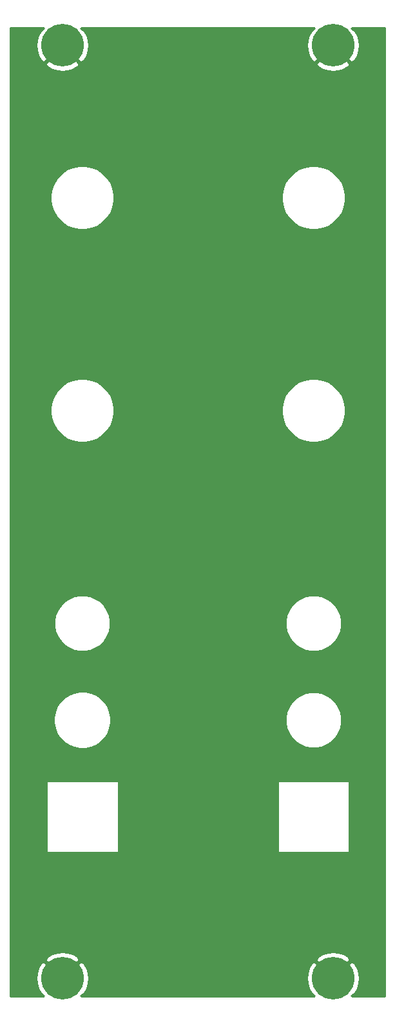
<source format=gbr>
%TF.GenerationSoftware,KiCad,Pcbnew,5.1.6-c6e7f7d~87~ubuntu18.04.1*%
%TF.CreationDate,2020-07-29T18:50:04-04:00*%
%TF.ProjectId,front_panel,66726f6e-745f-4706-916e-656c2e6b6963,rev?*%
%TF.SameCoordinates,Original*%
%TF.FileFunction,Copper,L1,Top*%
%TF.FilePolarity,Positive*%
%FSLAX46Y46*%
G04 Gerber Fmt 4.6, Leading zero omitted, Abs format (unit mm)*
G04 Created by KiCad (PCBNEW 5.1.6-c6e7f7d~87~ubuntu18.04.1) date 2020-07-29 18:50:04*
%MOMM*%
%LPD*%
G01*
G04 APERTURE LIST*
%TA.AperFunction,ComponentPad*%
%ADD10C,5.600000*%
%TD*%
%TA.AperFunction,Conductor*%
%ADD11C,0.254000*%
%TD*%
G04 APERTURE END LIST*
D10*
%TO.P,H4,1*%
%TO.N,GND*%
X43060000Y-125500000D03*
%TD*%
%TO.P,H3,1*%
%TO.N,GND*%
X43060000Y-3000000D03*
%TD*%
%TO.P,H2,1*%
%TO.N,GND*%
X7500000Y-125500000D03*
%TD*%
%TO.P,H1,1*%
%TO.N,GND*%
X7500000Y-3000000D03*
%TD*%
D11*
%TO.N,GND*%
G36*
X5083517Y-763125D02*
G01*
X4634823Y-1075308D01*
X4314388Y-1671259D01*
X4116374Y-2318273D01*
X4048390Y-2991484D01*
X4113051Y-3665023D01*
X4307870Y-4313006D01*
X4625361Y-4910530D01*
X4634823Y-4924692D01*
X5083519Y-5236876D01*
X7320395Y-3000000D01*
X7306253Y-2985858D01*
X7485858Y-2806253D01*
X7500000Y-2820395D01*
X7514143Y-2806253D01*
X7693748Y-2985858D01*
X7679605Y-3000000D01*
X9916481Y-5236876D01*
X10365177Y-4924692D01*
X10685612Y-4328741D01*
X10883626Y-3681727D01*
X10951610Y-3008516D01*
X10886949Y-2334977D01*
X10692130Y-1686994D01*
X10374639Y-1089470D01*
X10365177Y-1075308D01*
X9916483Y-763125D01*
X10019608Y-660000D01*
X40540392Y-660000D01*
X40643517Y-763125D01*
X40194823Y-1075308D01*
X39874388Y-1671259D01*
X39676374Y-2318273D01*
X39608390Y-2991484D01*
X39673051Y-3665023D01*
X39867870Y-4313006D01*
X40185361Y-4910530D01*
X40194823Y-4924692D01*
X40643519Y-5236876D01*
X42880395Y-3000000D01*
X42866253Y-2985858D01*
X43045858Y-2806253D01*
X43060000Y-2820395D01*
X43074143Y-2806253D01*
X43253748Y-2985858D01*
X43239605Y-3000000D01*
X45476481Y-5236876D01*
X45925177Y-4924692D01*
X46245612Y-4328741D01*
X46443626Y-3681727D01*
X46511610Y-3008516D01*
X46446949Y-2334977D01*
X46252130Y-1686994D01*
X45934639Y-1089470D01*
X45925177Y-1075308D01*
X45476483Y-763125D01*
X45579608Y-660000D01*
X49840000Y-660000D01*
X49840001Y-127840000D01*
X45579608Y-127840000D01*
X45476483Y-127736875D01*
X45925177Y-127424692D01*
X46245612Y-126828741D01*
X46443626Y-126181727D01*
X46511610Y-125508516D01*
X46446949Y-124834977D01*
X46252130Y-124186994D01*
X45934639Y-123589470D01*
X45925177Y-123575308D01*
X45476481Y-123263124D01*
X43239605Y-125500000D01*
X43253748Y-125514143D01*
X43074143Y-125693748D01*
X43060000Y-125679605D01*
X43045858Y-125693748D01*
X42866253Y-125514143D01*
X42880395Y-125500000D01*
X40643519Y-123263124D01*
X40194823Y-123575308D01*
X39874388Y-124171259D01*
X39676374Y-124818273D01*
X39608390Y-125491484D01*
X39673051Y-126165023D01*
X39867870Y-126813006D01*
X40185361Y-127410530D01*
X40194823Y-127424692D01*
X40643517Y-127736875D01*
X40540392Y-127840000D01*
X10019608Y-127840000D01*
X9916483Y-127736875D01*
X10365177Y-127424692D01*
X10685612Y-126828741D01*
X10883626Y-126181727D01*
X10951610Y-125508516D01*
X10886949Y-124834977D01*
X10692130Y-124186994D01*
X10374639Y-123589470D01*
X10365177Y-123575308D01*
X9916481Y-123263124D01*
X7679605Y-125500000D01*
X7693748Y-125514143D01*
X7514143Y-125693748D01*
X7500000Y-125679605D01*
X7485858Y-125693748D01*
X7306253Y-125514143D01*
X7320395Y-125500000D01*
X5083519Y-123263124D01*
X4634823Y-123575308D01*
X4314388Y-124171259D01*
X4116374Y-124818273D01*
X4048390Y-125491484D01*
X4113051Y-126165023D01*
X4307870Y-126813006D01*
X4625361Y-127410530D01*
X4634823Y-127424692D01*
X5083517Y-127736875D01*
X4980392Y-127840000D01*
X660000Y-127840000D01*
X660000Y-123083519D01*
X5263124Y-123083519D01*
X7500000Y-125320395D01*
X9736876Y-123083519D01*
X40823124Y-123083519D01*
X43060000Y-125320395D01*
X45296876Y-123083519D01*
X44984692Y-122634823D01*
X44388741Y-122314388D01*
X43741727Y-122116374D01*
X43068516Y-122048390D01*
X42394977Y-122113051D01*
X41746994Y-122307870D01*
X41149470Y-122625361D01*
X41135308Y-122634823D01*
X40823124Y-123083519D01*
X9736876Y-123083519D01*
X9424692Y-122634823D01*
X8828741Y-122314388D01*
X8181727Y-122116374D01*
X7508516Y-122048390D01*
X6834977Y-122113051D01*
X6186994Y-122307870D01*
X5589470Y-122625361D01*
X5575308Y-122634823D01*
X5263124Y-123083519D01*
X660000Y-123083519D01*
X660000Y-99669600D01*
X5384800Y-99669600D01*
X5384800Y-108864400D01*
X5387240Y-108889176D01*
X5394467Y-108913001D01*
X5406203Y-108934957D01*
X5421997Y-108954203D01*
X5441243Y-108969997D01*
X5463199Y-108981733D01*
X5487024Y-108988960D01*
X5511800Y-108991400D01*
X14706600Y-108991400D01*
X14731376Y-108988960D01*
X14755201Y-108981733D01*
X14777157Y-108969997D01*
X14796403Y-108954203D01*
X14812197Y-108934957D01*
X14823933Y-108913001D01*
X14831160Y-108889176D01*
X14833600Y-108864400D01*
X14833600Y-99680000D01*
X35763000Y-99680000D01*
X35763000Y-108880000D01*
X35765440Y-108904776D01*
X35772667Y-108928601D01*
X35784403Y-108950557D01*
X35800197Y-108969803D01*
X35819443Y-108985597D01*
X35841399Y-108997333D01*
X35865224Y-109004560D01*
X35890000Y-109007000D01*
X45090000Y-109007000D01*
X45114776Y-109004560D01*
X45138601Y-108997333D01*
X45160557Y-108985597D01*
X45179803Y-108969803D01*
X45195597Y-108950557D01*
X45207333Y-108928601D01*
X45214560Y-108904776D01*
X45217000Y-108880000D01*
X45217000Y-99680000D01*
X45214560Y-99655224D01*
X45207333Y-99631399D01*
X45195597Y-99609443D01*
X45179803Y-99590197D01*
X45160557Y-99574403D01*
X45138601Y-99562667D01*
X45114776Y-99555440D01*
X45090000Y-99553000D01*
X35890000Y-99553000D01*
X35865224Y-99555440D01*
X35841399Y-99562667D01*
X35819443Y-99574403D01*
X35800197Y-99590197D01*
X35784403Y-99609443D01*
X35772667Y-99631399D01*
X35765440Y-99655224D01*
X35763000Y-99680000D01*
X14833600Y-99680000D01*
X14833600Y-99669600D01*
X14831160Y-99644824D01*
X14823933Y-99620999D01*
X14812197Y-99599043D01*
X14796403Y-99579797D01*
X14777157Y-99564003D01*
X14755201Y-99552267D01*
X14731376Y-99545040D01*
X14706600Y-99542600D01*
X5511800Y-99542600D01*
X5487024Y-99545040D01*
X5463199Y-99552267D01*
X5441243Y-99564003D01*
X5421997Y-99579797D01*
X5406203Y-99599043D01*
X5394467Y-99620999D01*
X5387240Y-99644824D01*
X5384800Y-99669600D01*
X660000Y-99669600D01*
X660000Y-91209495D01*
X6338202Y-91209495D01*
X6338202Y-91950505D01*
X6482766Y-92677276D01*
X6766338Y-93361880D01*
X7178020Y-93978007D01*
X7701993Y-94501980D01*
X8318120Y-94913662D01*
X9002724Y-95197234D01*
X9729495Y-95341798D01*
X10470505Y-95341798D01*
X11197276Y-95197234D01*
X11881880Y-94913662D01*
X12498007Y-94501980D01*
X13021980Y-93978007D01*
X13433662Y-93361880D01*
X13717234Y-92677276D01*
X13861798Y-91950505D01*
X13861798Y-91214396D01*
X36777961Y-91214396D01*
X36777961Y-91945604D01*
X36920613Y-92662762D01*
X37200434Y-93338310D01*
X37606671Y-93946287D01*
X38123713Y-94463329D01*
X38731690Y-94869566D01*
X39407238Y-95149387D01*
X40124396Y-95292039D01*
X40855604Y-95292039D01*
X41572762Y-95149387D01*
X42248310Y-94869566D01*
X42856287Y-94463329D01*
X43373329Y-93946287D01*
X43779566Y-93338310D01*
X44059387Y-92662762D01*
X44202039Y-91945604D01*
X44202039Y-91214396D01*
X44059387Y-90497238D01*
X43779566Y-89821690D01*
X43373329Y-89213713D01*
X42856287Y-88696671D01*
X42248310Y-88290434D01*
X41572762Y-88010613D01*
X40855604Y-87867961D01*
X40124396Y-87867961D01*
X39407238Y-88010613D01*
X38731690Y-88290434D01*
X38123713Y-88696671D01*
X37606671Y-89213713D01*
X37200434Y-89821690D01*
X36920613Y-90497238D01*
X36777961Y-91214396D01*
X13861798Y-91214396D01*
X13861798Y-91209495D01*
X13717234Y-90482724D01*
X13433662Y-89798120D01*
X13021980Y-89181993D01*
X12498007Y-88658020D01*
X11881880Y-88246338D01*
X11197276Y-87962766D01*
X10470505Y-87818202D01*
X9729495Y-87818202D01*
X9002724Y-87962766D01*
X8318120Y-88246338D01*
X7701993Y-88658020D01*
X7178020Y-89181993D01*
X6766338Y-89798120D01*
X6482766Y-90482724D01*
X6338202Y-91209495D01*
X660000Y-91209495D01*
X660000Y-78514396D01*
X6387961Y-78514396D01*
X6387961Y-79245604D01*
X6530613Y-79962762D01*
X6810434Y-80638310D01*
X7216671Y-81246287D01*
X7733713Y-81763329D01*
X8341690Y-82169566D01*
X9017238Y-82449387D01*
X9734396Y-82592039D01*
X10465604Y-82592039D01*
X11182762Y-82449387D01*
X11858310Y-82169566D01*
X12466287Y-81763329D01*
X12983329Y-81246287D01*
X13389566Y-80638310D01*
X13669387Y-79962762D01*
X13812039Y-79245604D01*
X13812039Y-78514396D01*
X36777961Y-78514396D01*
X36777961Y-79245604D01*
X36920613Y-79962762D01*
X37200434Y-80638310D01*
X37606671Y-81246287D01*
X38123713Y-81763329D01*
X38731690Y-82169566D01*
X39407238Y-82449387D01*
X40124396Y-82592039D01*
X40855604Y-82592039D01*
X41572762Y-82449387D01*
X42248310Y-82169566D01*
X42856287Y-81763329D01*
X43373329Y-81246287D01*
X43779566Y-80638310D01*
X44059387Y-79962762D01*
X44202039Y-79245604D01*
X44202039Y-78514396D01*
X44059387Y-77797238D01*
X43779566Y-77121690D01*
X43373329Y-76513713D01*
X42856287Y-75996671D01*
X42248310Y-75590434D01*
X41572762Y-75310613D01*
X40855604Y-75167961D01*
X40124396Y-75167961D01*
X39407238Y-75310613D01*
X38731690Y-75590434D01*
X38123713Y-75996671D01*
X37606671Y-76513713D01*
X37200434Y-77121690D01*
X36920613Y-77797238D01*
X36777961Y-78514396D01*
X13812039Y-78514396D01*
X13669387Y-77797238D01*
X13389566Y-77121690D01*
X12983329Y-76513713D01*
X12466287Y-75996671D01*
X11858310Y-75590434D01*
X11182762Y-75310613D01*
X10465604Y-75167961D01*
X9734396Y-75167961D01*
X9017238Y-75310613D01*
X8341690Y-75590434D01*
X7733713Y-75996671D01*
X7216671Y-76513713D01*
X6810434Y-77121690D01*
X6530613Y-77797238D01*
X6387961Y-78514396D01*
X660000Y-78514396D01*
X660000Y-50525387D01*
X5890369Y-50525387D01*
X5890369Y-51354613D01*
X6052142Y-52167904D01*
X6369473Y-52934008D01*
X6830166Y-53623484D01*
X7416516Y-54209834D01*
X8105992Y-54670527D01*
X8872096Y-54987858D01*
X9685387Y-55149631D01*
X10514613Y-55149631D01*
X11327904Y-54987858D01*
X12094008Y-54670527D01*
X12783484Y-54209834D01*
X13369834Y-53623484D01*
X13830527Y-52934008D01*
X14147858Y-52167904D01*
X14309631Y-51354613D01*
X14309631Y-50525387D01*
X36280369Y-50525387D01*
X36280369Y-51354613D01*
X36442142Y-52167904D01*
X36759473Y-52934008D01*
X37220166Y-53623484D01*
X37806516Y-54209834D01*
X38495992Y-54670527D01*
X39262096Y-54987858D01*
X40075387Y-55149631D01*
X40904613Y-55149631D01*
X41717904Y-54987858D01*
X42484008Y-54670527D01*
X43173484Y-54209834D01*
X43759834Y-53623484D01*
X44220527Y-52934008D01*
X44537858Y-52167904D01*
X44699631Y-51354613D01*
X44699631Y-50525387D01*
X44537858Y-49712096D01*
X44220527Y-48945992D01*
X43759834Y-48256516D01*
X43173484Y-47670166D01*
X42484008Y-47209473D01*
X41717904Y-46892142D01*
X40904613Y-46730369D01*
X40075387Y-46730369D01*
X39262096Y-46892142D01*
X38495992Y-47209473D01*
X37806516Y-47670166D01*
X37220166Y-48256516D01*
X36759473Y-48945992D01*
X36442142Y-49712096D01*
X36280369Y-50525387D01*
X14309631Y-50525387D01*
X14147858Y-49712096D01*
X13830527Y-48945992D01*
X13369834Y-48256516D01*
X12783484Y-47670166D01*
X12094008Y-47209473D01*
X11327904Y-46892142D01*
X10514613Y-46730369D01*
X9685387Y-46730369D01*
X8872096Y-46892142D01*
X8105992Y-47209473D01*
X7416516Y-47670166D01*
X6830166Y-48256516D01*
X6369473Y-48945992D01*
X6052142Y-49712096D01*
X5890369Y-50525387D01*
X660000Y-50525387D01*
X660000Y-22585387D01*
X5890369Y-22585387D01*
X5890369Y-23414613D01*
X6052142Y-24227904D01*
X6369473Y-24994008D01*
X6830166Y-25683484D01*
X7416516Y-26269834D01*
X8105992Y-26730527D01*
X8872096Y-27047858D01*
X9685387Y-27209631D01*
X10514613Y-27209631D01*
X11327904Y-27047858D01*
X12094008Y-26730527D01*
X12783484Y-26269834D01*
X13369834Y-25683484D01*
X13830527Y-24994008D01*
X14147858Y-24227904D01*
X14309631Y-23414613D01*
X14309631Y-22585387D01*
X36280369Y-22585387D01*
X36280369Y-23414613D01*
X36442142Y-24227904D01*
X36759473Y-24994008D01*
X37220166Y-25683484D01*
X37806516Y-26269834D01*
X38495992Y-26730527D01*
X39262096Y-27047858D01*
X40075387Y-27209631D01*
X40904613Y-27209631D01*
X41717904Y-27047858D01*
X42484008Y-26730527D01*
X43173484Y-26269834D01*
X43759834Y-25683484D01*
X44220527Y-24994008D01*
X44537858Y-24227904D01*
X44699631Y-23414613D01*
X44699631Y-22585387D01*
X44537858Y-21772096D01*
X44220527Y-21005992D01*
X43759834Y-20316516D01*
X43173484Y-19730166D01*
X42484008Y-19269473D01*
X41717904Y-18952142D01*
X40904613Y-18790369D01*
X40075387Y-18790369D01*
X39262096Y-18952142D01*
X38495992Y-19269473D01*
X37806516Y-19730166D01*
X37220166Y-20316516D01*
X36759473Y-21005992D01*
X36442142Y-21772096D01*
X36280369Y-22585387D01*
X14309631Y-22585387D01*
X14147858Y-21772096D01*
X13830527Y-21005992D01*
X13369834Y-20316516D01*
X12783484Y-19730166D01*
X12094008Y-19269473D01*
X11327904Y-18952142D01*
X10514613Y-18790369D01*
X9685387Y-18790369D01*
X8872096Y-18952142D01*
X8105992Y-19269473D01*
X7416516Y-19730166D01*
X6830166Y-20316516D01*
X6369473Y-21005992D01*
X6052142Y-21772096D01*
X5890369Y-22585387D01*
X660000Y-22585387D01*
X660000Y-5416481D01*
X5263124Y-5416481D01*
X5575308Y-5865177D01*
X6171259Y-6185612D01*
X6818273Y-6383626D01*
X7491484Y-6451610D01*
X8165023Y-6386949D01*
X8813006Y-6192130D01*
X9410530Y-5874639D01*
X9424692Y-5865177D01*
X9736876Y-5416481D01*
X40823124Y-5416481D01*
X41135308Y-5865177D01*
X41731259Y-6185612D01*
X42378273Y-6383626D01*
X43051484Y-6451610D01*
X43725023Y-6386949D01*
X44373006Y-6192130D01*
X44970530Y-5874639D01*
X44984692Y-5865177D01*
X45296876Y-5416481D01*
X43060000Y-3179605D01*
X40823124Y-5416481D01*
X9736876Y-5416481D01*
X7500000Y-3179605D01*
X5263124Y-5416481D01*
X660000Y-5416481D01*
X660000Y-660000D01*
X4980392Y-660000D01*
X5083517Y-763125D01*
G37*
X5083517Y-763125D02*
X4634823Y-1075308D01*
X4314388Y-1671259D01*
X4116374Y-2318273D01*
X4048390Y-2991484D01*
X4113051Y-3665023D01*
X4307870Y-4313006D01*
X4625361Y-4910530D01*
X4634823Y-4924692D01*
X5083519Y-5236876D01*
X7320395Y-3000000D01*
X7306253Y-2985858D01*
X7485858Y-2806253D01*
X7500000Y-2820395D01*
X7514143Y-2806253D01*
X7693748Y-2985858D01*
X7679605Y-3000000D01*
X9916481Y-5236876D01*
X10365177Y-4924692D01*
X10685612Y-4328741D01*
X10883626Y-3681727D01*
X10951610Y-3008516D01*
X10886949Y-2334977D01*
X10692130Y-1686994D01*
X10374639Y-1089470D01*
X10365177Y-1075308D01*
X9916483Y-763125D01*
X10019608Y-660000D01*
X40540392Y-660000D01*
X40643517Y-763125D01*
X40194823Y-1075308D01*
X39874388Y-1671259D01*
X39676374Y-2318273D01*
X39608390Y-2991484D01*
X39673051Y-3665023D01*
X39867870Y-4313006D01*
X40185361Y-4910530D01*
X40194823Y-4924692D01*
X40643519Y-5236876D01*
X42880395Y-3000000D01*
X42866253Y-2985858D01*
X43045858Y-2806253D01*
X43060000Y-2820395D01*
X43074143Y-2806253D01*
X43253748Y-2985858D01*
X43239605Y-3000000D01*
X45476481Y-5236876D01*
X45925177Y-4924692D01*
X46245612Y-4328741D01*
X46443626Y-3681727D01*
X46511610Y-3008516D01*
X46446949Y-2334977D01*
X46252130Y-1686994D01*
X45934639Y-1089470D01*
X45925177Y-1075308D01*
X45476483Y-763125D01*
X45579608Y-660000D01*
X49840000Y-660000D01*
X49840001Y-127840000D01*
X45579608Y-127840000D01*
X45476483Y-127736875D01*
X45925177Y-127424692D01*
X46245612Y-126828741D01*
X46443626Y-126181727D01*
X46511610Y-125508516D01*
X46446949Y-124834977D01*
X46252130Y-124186994D01*
X45934639Y-123589470D01*
X45925177Y-123575308D01*
X45476481Y-123263124D01*
X43239605Y-125500000D01*
X43253748Y-125514143D01*
X43074143Y-125693748D01*
X43060000Y-125679605D01*
X43045858Y-125693748D01*
X42866253Y-125514143D01*
X42880395Y-125500000D01*
X40643519Y-123263124D01*
X40194823Y-123575308D01*
X39874388Y-124171259D01*
X39676374Y-124818273D01*
X39608390Y-125491484D01*
X39673051Y-126165023D01*
X39867870Y-126813006D01*
X40185361Y-127410530D01*
X40194823Y-127424692D01*
X40643517Y-127736875D01*
X40540392Y-127840000D01*
X10019608Y-127840000D01*
X9916483Y-127736875D01*
X10365177Y-127424692D01*
X10685612Y-126828741D01*
X10883626Y-126181727D01*
X10951610Y-125508516D01*
X10886949Y-124834977D01*
X10692130Y-124186994D01*
X10374639Y-123589470D01*
X10365177Y-123575308D01*
X9916481Y-123263124D01*
X7679605Y-125500000D01*
X7693748Y-125514143D01*
X7514143Y-125693748D01*
X7500000Y-125679605D01*
X7485858Y-125693748D01*
X7306253Y-125514143D01*
X7320395Y-125500000D01*
X5083519Y-123263124D01*
X4634823Y-123575308D01*
X4314388Y-124171259D01*
X4116374Y-124818273D01*
X4048390Y-125491484D01*
X4113051Y-126165023D01*
X4307870Y-126813006D01*
X4625361Y-127410530D01*
X4634823Y-127424692D01*
X5083517Y-127736875D01*
X4980392Y-127840000D01*
X660000Y-127840000D01*
X660000Y-123083519D01*
X5263124Y-123083519D01*
X7500000Y-125320395D01*
X9736876Y-123083519D01*
X40823124Y-123083519D01*
X43060000Y-125320395D01*
X45296876Y-123083519D01*
X44984692Y-122634823D01*
X44388741Y-122314388D01*
X43741727Y-122116374D01*
X43068516Y-122048390D01*
X42394977Y-122113051D01*
X41746994Y-122307870D01*
X41149470Y-122625361D01*
X41135308Y-122634823D01*
X40823124Y-123083519D01*
X9736876Y-123083519D01*
X9424692Y-122634823D01*
X8828741Y-122314388D01*
X8181727Y-122116374D01*
X7508516Y-122048390D01*
X6834977Y-122113051D01*
X6186994Y-122307870D01*
X5589470Y-122625361D01*
X5575308Y-122634823D01*
X5263124Y-123083519D01*
X660000Y-123083519D01*
X660000Y-99669600D01*
X5384800Y-99669600D01*
X5384800Y-108864400D01*
X5387240Y-108889176D01*
X5394467Y-108913001D01*
X5406203Y-108934957D01*
X5421997Y-108954203D01*
X5441243Y-108969997D01*
X5463199Y-108981733D01*
X5487024Y-108988960D01*
X5511800Y-108991400D01*
X14706600Y-108991400D01*
X14731376Y-108988960D01*
X14755201Y-108981733D01*
X14777157Y-108969997D01*
X14796403Y-108954203D01*
X14812197Y-108934957D01*
X14823933Y-108913001D01*
X14831160Y-108889176D01*
X14833600Y-108864400D01*
X14833600Y-99680000D01*
X35763000Y-99680000D01*
X35763000Y-108880000D01*
X35765440Y-108904776D01*
X35772667Y-108928601D01*
X35784403Y-108950557D01*
X35800197Y-108969803D01*
X35819443Y-108985597D01*
X35841399Y-108997333D01*
X35865224Y-109004560D01*
X35890000Y-109007000D01*
X45090000Y-109007000D01*
X45114776Y-109004560D01*
X45138601Y-108997333D01*
X45160557Y-108985597D01*
X45179803Y-108969803D01*
X45195597Y-108950557D01*
X45207333Y-108928601D01*
X45214560Y-108904776D01*
X45217000Y-108880000D01*
X45217000Y-99680000D01*
X45214560Y-99655224D01*
X45207333Y-99631399D01*
X45195597Y-99609443D01*
X45179803Y-99590197D01*
X45160557Y-99574403D01*
X45138601Y-99562667D01*
X45114776Y-99555440D01*
X45090000Y-99553000D01*
X35890000Y-99553000D01*
X35865224Y-99555440D01*
X35841399Y-99562667D01*
X35819443Y-99574403D01*
X35800197Y-99590197D01*
X35784403Y-99609443D01*
X35772667Y-99631399D01*
X35765440Y-99655224D01*
X35763000Y-99680000D01*
X14833600Y-99680000D01*
X14833600Y-99669600D01*
X14831160Y-99644824D01*
X14823933Y-99620999D01*
X14812197Y-99599043D01*
X14796403Y-99579797D01*
X14777157Y-99564003D01*
X14755201Y-99552267D01*
X14731376Y-99545040D01*
X14706600Y-99542600D01*
X5511800Y-99542600D01*
X5487024Y-99545040D01*
X5463199Y-99552267D01*
X5441243Y-99564003D01*
X5421997Y-99579797D01*
X5406203Y-99599043D01*
X5394467Y-99620999D01*
X5387240Y-99644824D01*
X5384800Y-99669600D01*
X660000Y-99669600D01*
X660000Y-91209495D01*
X6338202Y-91209495D01*
X6338202Y-91950505D01*
X6482766Y-92677276D01*
X6766338Y-93361880D01*
X7178020Y-93978007D01*
X7701993Y-94501980D01*
X8318120Y-94913662D01*
X9002724Y-95197234D01*
X9729495Y-95341798D01*
X10470505Y-95341798D01*
X11197276Y-95197234D01*
X11881880Y-94913662D01*
X12498007Y-94501980D01*
X13021980Y-93978007D01*
X13433662Y-93361880D01*
X13717234Y-92677276D01*
X13861798Y-91950505D01*
X13861798Y-91214396D01*
X36777961Y-91214396D01*
X36777961Y-91945604D01*
X36920613Y-92662762D01*
X37200434Y-93338310D01*
X37606671Y-93946287D01*
X38123713Y-94463329D01*
X38731690Y-94869566D01*
X39407238Y-95149387D01*
X40124396Y-95292039D01*
X40855604Y-95292039D01*
X41572762Y-95149387D01*
X42248310Y-94869566D01*
X42856287Y-94463329D01*
X43373329Y-93946287D01*
X43779566Y-93338310D01*
X44059387Y-92662762D01*
X44202039Y-91945604D01*
X44202039Y-91214396D01*
X44059387Y-90497238D01*
X43779566Y-89821690D01*
X43373329Y-89213713D01*
X42856287Y-88696671D01*
X42248310Y-88290434D01*
X41572762Y-88010613D01*
X40855604Y-87867961D01*
X40124396Y-87867961D01*
X39407238Y-88010613D01*
X38731690Y-88290434D01*
X38123713Y-88696671D01*
X37606671Y-89213713D01*
X37200434Y-89821690D01*
X36920613Y-90497238D01*
X36777961Y-91214396D01*
X13861798Y-91214396D01*
X13861798Y-91209495D01*
X13717234Y-90482724D01*
X13433662Y-89798120D01*
X13021980Y-89181993D01*
X12498007Y-88658020D01*
X11881880Y-88246338D01*
X11197276Y-87962766D01*
X10470505Y-87818202D01*
X9729495Y-87818202D01*
X9002724Y-87962766D01*
X8318120Y-88246338D01*
X7701993Y-88658020D01*
X7178020Y-89181993D01*
X6766338Y-89798120D01*
X6482766Y-90482724D01*
X6338202Y-91209495D01*
X660000Y-91209495D01*
X660000Y-78514396D01*
X6387961Y-78514396D01*
X6387961Y-79245604D01*
X6530613Y-79962762D01*
X6810434Y-80638310D01*
X7216671Y-81246287D01*
X7733713Y-81763329D01*
X8341690Y-82169566D01*
X9017238Y-82449387D01*
X9734396Y-82592039D01*
X10465604Y-82592039D01*
X11182762Y-82449387D01*
X11858310Y-82169566D01*
X12466287Y-81763329D01*
X12983329Y-81246287D01*
X13389566Y-80638310D01*
X13669387Y-79962762D01*
X13812039Y-79245604D01*
X13812039Y-78514396D01*
X36777961Y-78514396D01*
X36777961Y-79245604D01*
X36920613Y-79962762D01*
X37200434Y-80638310D01*
X37606671Y-81246287D01*
X38123713Y-81763329D01*
X38731690Y-82169566D01*
X39407238Y-82449387D01*
X40124396Y-82592039D01*
X40855604Y-82592039D01*
X41572762Y-82449387D01*
X42248310Y-82169566D01*
X42856287Y-81763329D01*
X43373329Y-81246287D01*
X43779566Y-80638310D01*
X44059387Y-79962762D01*
X44202039Y-79245604D01*
X44202039Y-78514396D01*
X44059387Y-77797238D01*
X43779566Y-77121690D01*
X43373329Y-76513713D01*
X42856287Y-75996671D01*
X42248310Y-75590434D01*
X41572762Y-75310613D01*
X40855604Y-75167961D01*
X40124396Y-75167961D01*
X39407238Y-75310613D01*
X38731690Y-75590434D01*
X38123713Y-75996671D01*
X37606671Y-76513713D01*
X37200434Y-77121690D01*
X36920613Y-77797238D01*
X36777961Y-78514396D01*
X13812039Y-78514396D01*
X13669387Y-77797238D01*
X13389566Y-77121690D01*
X12983329Y-76513713D01*
X12466287Y-75996671D01*
X11858310Y-75590434D01*
X11182762Y-75310613D01*
X10465604Y-75167961D01*
X9734396Y-75167961D01*
X9017238Y-75310613D01*
X8341690Y-75590434D01*
X7733713Y-75996671D01*
X7216671Y-76513713D01*
X6810434Y-77121690D01*
X6530613Y-77797238D01*
X6387961Y-78514396D01*
X660000Y-78514396D01*
X660000Y-50525387D01*
X5890369Y-50525387D01*
X5890369Y-51354613D01*
X6052142Y-52167904D01*
X6369473Y-52934008D01*
X6830166Y-53623484D01*
X7416516Y-54209834D01*
X8105992Y-54670527D01*
X8872096Y-54987858D01*
X9685387Y-55149631D01*
X10514613Y-55149631D01*
X11327904Y-54987858D01*
X12094008Y-54670527D01*
X12783484Y-54209834D01*
X13369834Y-53623484D01*
X13830527Y-52934008D01*
X14147858Y-52167904D01*
X14309631Y-51354613D01*
X14309631Y-50525387D01*
X36280369Y-50525387D01*
X36280369Y-51354613D01*
X36442142Y-52167904D01*
X36759473Y-52934008D01*
X37220166Y-53623484D01*
X37806516Y-54209834D01*
X38495992Y-54670527D01*
X39262096Y-54987858D01*
X40075387Y-55149631D01*
X40904613Y-55149631D01*
X41717904Y-54987858D01*
X42484008Y-54670527D01*
X43173484Y-54209834D01*
X43759834Y-53623484D01*
X44220527Y-52934008D01*
X44537858Y-52167904D01*
X44699631Y-51354613D01*
X44699631Y-50525387D01*
X44537858Y-49712096D01*
X44220527Y-48945992D01*
X43759834Y-48256516D01*
X43173484Y-47670166D01*
X42484008Y-47209473D01*
X41717904Y-46892142D01*
X40904613Y-46730369D01*
X40075387Y-46730369D01*
X39262096Y-46892142D01*
X38495992Y-47209473D01*
X37806516Y-47670166D01*
X37220166Y-48256516D01*
X36759473Y-48945992D01*
X36442142Y-49712096D01*
X36280369Y-50525387D01*
X14309631Y-50525387D01*
X14147858Y-49712096D01*
X13830527Y-48945992D01*
X13369834Y-48256516D01*
X12783484Y-47670166D01*
X12094008Y-47209473D01*
X11327904Y-46892142D01*
X10514613Y-46730369D01*
X9685387Y-46730369D01*
X8872096Y-46892142D01*
X8105992Y-47209473D01*
X7416516Y-47670166D01*
X6830166Y-48256516D01*
X6369473Y-48945992D01*
X6052142Y-49712096D01*
X5890369Y-50525387D01*
X660000Y-50525387D01*
X660000Y-22585387D01*
X5890369Y-22585387D01*
X5890369Y-23414613D01*
X6052142Y-24227904D01*
X6369473Y-24994008D01*
X6830166Y-25683484D01*
X7416516Y-26269834D01*
X8105992Y-26730527D01*
X8872096Y-27047858D01*
X9685387Y-27209631D01*
X10514613Y-27209631D01*
X11327904Y-27047858D01*
X12094008Y-26730527D01*
X12783484Y-26269834D01*
X13369834Y-25683484D01*
X13830527Y-24994008D01*
X14147858Y-24227904D01*
X14309631Y-23414613D01*
X14309631Y-22585387D01*
X36280369Y-22585387D01*
X36280369Y-23414613D01*
X36442142Y-24227904D01*
X36759473Y-24994008D01*
X37220166Y-25683484D01*
X37806516Y-26269834D01*
X38495992Y-26730527D01*
X39262096Y-27047858D01*
X40075387Y-27209631D01*
X40904613Y-27209631D01*
X41717904Y-27047858D01*
X42484008Y-26730527D01*
X43173484Y-26269834D01*
X43759834Y-25683484D01*
X44220527Y-24994008D01*
X44537858Y-24227904D01*
X44699631Y-23414613D01*
X44699631Y-22585387D01*
X44537858Y-21772096D01*
X44220527Y-21005992D01*
X43759834Y-20316516D01*
X43173484Y-19730166D01*
X42484008Y-19269473D01*
X41717904Y-18952142D01*
X40904613Y-18790369D01*
X40075387Y-18790369D01*
X39262096Y-18952142D01*
X38495992Y-19269473D01*
X37806516Y-19730166D01*
X37220166Y-20316516D01*
X36759473Y-21005992D01*
X36442142Y-21772096D01*
X36280369Y-22585387D01*
X14309631Y-22585387D01*
X14147858Y-21772096D01*
X13830527Y-21005992D01*
X13369834Y-20316516D01*
X12783484Y-19730166D01*
X12094008Y-19269473D01*
X11327904Y-18952142D01*
X10514613Y-18790369D01*
X9685387Y-18790369D01*
X8872096Y-18952142D01*
X8105992Y-19269473D01*
X7416516Y-19730166D01*
X6830166Y-20316516D01*
X6369473Y-21005992D01*
X6052142Y-21772096D01*
X5890369Y-22585387D01*
X660000Y-22585387D01*
X660000Y-5416481D01*
X5263124Y-5416481D01*
X5575308Y-5865177D01*
X6171259Y-6185612D01*
X6818273Y-6383626D01*
X7491484Y-6451610D01*
X8165023Y-6386949D01*
X8813006Y-6192130D01*
X9410530Y-5874639D01*
X9424692Y-5865177D01*
X9736876Y-5416481D01*
X40823124Y-5416481D01*
X41135308Y-5865177D01*
X41731259Y-6185612D01*
X42378273Y-6383626D01*
X43051484Y-6451610D01*
X43725023Y-6386949D01*
X44373006Y-6192130D01*
X44970530Y-5874639D01*
X44984692Y-5865177D01*
X45296876Y-5416481D01*
X43060000Y-3179605D01*
X40823124Y-5416481D01*
X9736876Y-5416481D01*
X7500000Y-3179605D01*
X5263124Y-5416481D01*
X660000Y-5416481D01*
X660000Y-660000D01*
X4980392Y-660000D01*
X5083517Y-763125D01*
%TD*%
M02*

</source>
